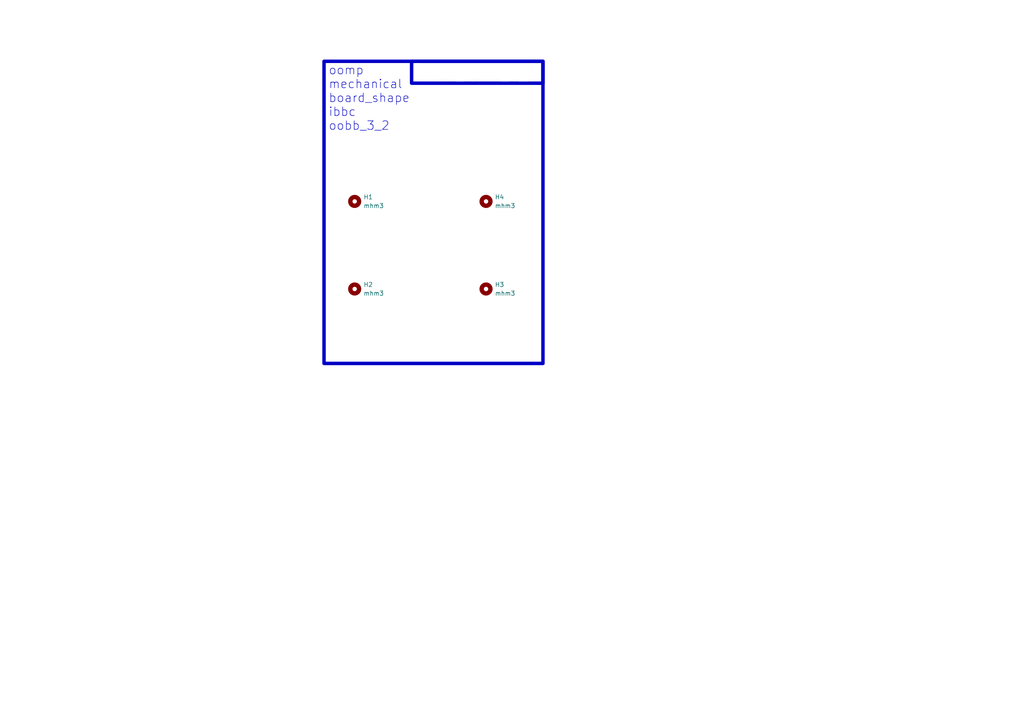
<source format=kicad_sch>
(kicad_sch (version 20230121) (generator eeschema)
  (paper "A4")
  (lib_symbols
    (symbol "oomlout_oomp_part_symbols:mhm3_electronic_mounting_hole_m3" (pin_names (offset 1.016))
      (property "Reference" "H" (at 0 5.08 0))
      (property "Value" "mhm3_electronic_mounting_hole_m3" (at 0 3.175 0))
      (symbol "mhm3_electronic_mounting_hole_m3_0_1"
        (circle (center 0 0) (radius 1.27) (stroke (width 1.27)))
      )
    )
  )
  (rectangle (start 93.98 17.78) (end 157.48 105.41) (stroke (width 1)))
  (rectangle (start 119.38 17.78) (end 157.48 24.13) (stroke (width 1)) (fill (type color)))
  (rectangle (start 234.95 259.08) (end 234.95 259.08))
  (rectangle (start 233.68 215.9) (end 233.68 215.9))
  (text "bs_oobb_3_2\n" (at 156.21 24.13 0) (effects (font (size 3 3) (thickness 0.8) bold) (justify right bottom)))
  (text "name" (at 121.92 24.13 90) (effects (font (size 1.27 1.27) (thickness 0.254) bold) (justify left bottom)))
  (text "oomp\nmechanical\nboard_shape\nibbc\noobb_3_2" (at 95.25 38.1 0) (effects (font (size 2.5 2.5)) (justify left bottom)))
  (symbol (lib_id "oomlout_oomp_part_symbols:mhm3_electronic_mounting_hole_m3") (at 102.87 83.82 0) (unit 1)
    (property "Reference" "H2" (at 105.41 82.55 0) (effects (justify left)))
    (property "Value" "mhm3" (at 105.41 85.09 0) (effects (justify left)))
    (property "Footprint" "oomlout_oomp_part_footprints:mhm3_electronic_mounting_hole_m3" (effects hide))
    (property "Datasheet" "https://github.com/oomlout/oomlout_oomp_v3/parts/electronic_mounting_hole_m3/datasheet.pdf" (effects hide))
  )
  (symbol (lib_id "oomlout_oomp_part_symbols:mhm3_electronic_mounting_hole_m3") (at 140.97 58.42 0) (unit 1)
    (property "Reference" "H4" (at 143.51 57.15 0) (effects (justify left)))
    (property "Value" "mhm3" (at 143.51 59.69 0) (effects (justify left)))
    (property "Footprint" "oomlout_oomp_part_footprints:mhm3_electronic_mounting_hole_m3" (effects hide))
    (property "Datasheet" "https://github.com/oomlout/oomlout_oomp_v3/parts/electronic_mounting_hole_m3/datasheet.pdf" (effects hide))
  )
  (symbol (lib_id "oomlout_oomp_part_symbols:mhm3_electronic_mounting_hole_m3") (at 102.87 58.42 0) (unit 1)
    (property "Reference" "H1" (at 105.41 57.15 0) (effects (justify left)))
    (property "Value" "mhm3" (at 105.41 59.69 0) (effects (justify left)))
    (property "Footprint" "oomlout_oomp_part_footprints:mhm3_electronic_mounting_hole_m3" (effects hide))
    (property "Datasheet" "https://github.com/oomlout/oomlout_oomp_v3/parts/electronic_mounting_hole_m3/datasheet.pdf" (effects hide))
  )
  (symbol (lib_id "oomlout_oomp_part_symbols:mhm3_electronic_mounting_hole_m3") (at 140.97 83.82 0) (unit 1)
    (property "Reference" "H3" (at 143.51 82.55 0) (effects (justify left)))
    (property "Value" "mhm3" (at 143.51 85.09 0) (effects (justify left)))
    (property "Footprint" "oomlout_oomp_part_footprints:mhm3_electronic_mounting_hole_m3" (effects hide))
    (property "Datasheet" "https://github.com/oomlout/oomlout_oomp_v3/parts/electronic_mounting_hole_m3/datasheet.pdf" (effects hide))
  )
)
</source>
